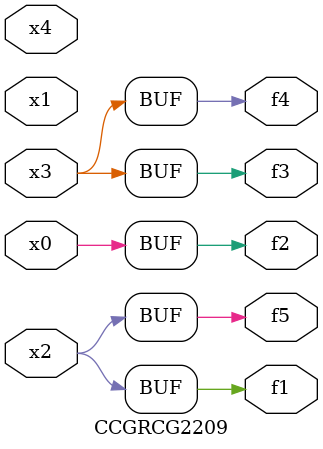
<source format=v>
module CCGRCG2209(
	input x0, x1, x2, x3, x4,
	output f1, f2, f3, f4, f5
);
	assign f1 = x2;
	assign f2 = x0;
	assign f3 = x3;
	assign f4 = x3;
	assign f5 = x2;
endmodule

</source>
